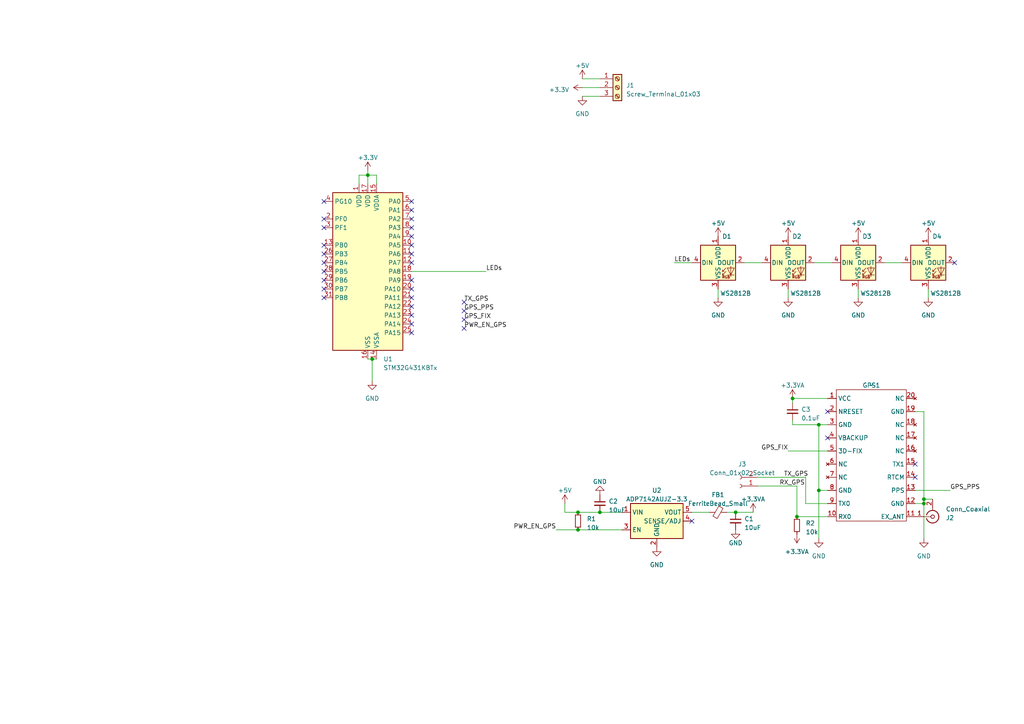
<source format=kicad_sch>
(kicad_sch (version 20230121) (generator eeschema)
  (paper "A4")
  (lib_symbols
    (symbol "Connector:Conn_01x02_Socket" (pin_names (offset 1.016) hide)
      (property "Reference" "J" (at 0 2.54 0))
      (property "Value" "Conn_01x02_Socket" (at 0 -5.08 0))
      (symbol "Conn_01x02_Socket_1_1"
        (arc (start 0 -2.032) (mid -0.5058 -2.54) (end 0 -3.048) (stroke (width 0.1524)))
        (polyline (pts (xy -1.27 -2.54) (xy -0.508 -2.54)) (stroke (width 0.1524)))
        (polyline (pts (xy -1.27 0) (xy -0.508 0)) (stroke (width 0.1524)))
        (arc (start 0 0.508) (mid -0.5058 0) (end 0 -0.508) (stroke (width 0.1524)))
        (pin passive line (at -5.08 0 0) (length 3.81) (name "Pin_1") (number "1"))
        (pin passive line (at -5.08 -2.54 0) (length 3.81) (name "Pin_2") (number "2"))
      )
    )
    (symbol "Connector:Conn_Coaxial" (pin_names (offset 1.016) hide)
      (property "Reference" "J" (at 0.254 3.048 0))
      (property "Value" "Conn_Coaxial" (at 2.921 0 90))
      (symbol "Conn_Coaxial_0_1"
        (arc (start -1.778 -0.508) (mid 0.2311 -1.8066) (end 1.778 0) (stroke (width 0.254)))
        (polyline (pts (xy -2.54 0) (xy -0.508 0)))
        (polyline (pts (xy 0 -2.54) (xy 0 -1.778)))
        (circle (center 0 0) (radius 0.508) (stroke (width 0.2032)))
        (arc (start 1.778 0) (mid 0.2099 1.8101) (end -1.778 0.508) (stroke (width 0.254)))
      )
      (symbol "Conn_Coaxial_1_1"
        (pin passive line (at -5.08 0 0) (length 2.54) (name "In") (number "1"))
        (pin passive line (at 0 -5.08 90) (length 2.54) (name "Ext") (number "2"))
      )
    )
    (symbol "Connector:Screw_Terminal_01x03" (pin_names (offset 1.016) hide)
      (property "Reference" "J" (at 0 5.08 0))
      (property "Value" "Screw_Terminal_01x03" (at 0 -5.08 0))
      (symbol "Screw_Terminal_01x03_1_1"
        (rectangle (start -1.27 3.81) (end 1.27 -3.81) (stroke (width 0.254)) (fill (type background)))
        (circle (center 0 -2.54) (radius 0.635) (stroke (width 0.1524)))
        (polyline (pts (xy -0.5334 -2.2098) (xy 0.3302 -3.048)) (stroke (width 0.1524)))
        (polyline (pts (xy -0.5334 0.3302) (xy 0.3302 -0.508)) (stroke (width 0.1524)))
        (polyline (pts (xy -0.5334 2.8702) (xy 0.3302 2.032)) (stroke (width 0.1524)))
        (polyline (pts (xy -0.3556 -2.032) (xy 0.508 -2.8702)) (stroke (width 0.1524)))
        (polyline (pts (xy -0.3556 0.508) (xy 0.508 -0.3302)) (stroke (width 0.1524)))
        (polyline (pts (xy -0.3556 3.048) (xy 0.508 2.2098)) (stroke (width 0.1524)))
        (circle (center 0 0) (radius 0.635) (stroke (width 0.1524)))
        (circle (center 0 2.54) (radius 0.635) (stroke (width 0.1524)))
        (pin passive line (at -5.08 2.54 0) (length 3.81) (name "Pin_1") (number "1"))
        (pin passive line (at -5.08 0 0) (length 3.81) (name "Pin_2") (number "2"))
        (pin passive line (at -5.08 -2.54 0) (length 3.81) (name "Pin_3") (number "3"))
      )
    )
    (symbol "Device:C_Small" (pin_numbers hide) (pin_names (offset 0.254) hide)
      (property "Reference" "C" (at 0.254 1.778 0))
      (property "Value" "C_Small" (at 0.254 -2.032 0))
      (symbol "C_Small_0_1"
        (polyline (pts (xy -1.524 -0.508) (xy 1.524 -0.508)) (stroke (width 0.3302)))
        (polyline (pts (xy -1.524 0.508) (xy 1.524 0.508)) (stroke (width 0.3048)))
      )
      (symbol "C_Small_1_1"
        (pin passive line (at 0 2.54 270) (length 2.032) (name "~") (number "1"))
        (pin passive line (at 0 -2.54 90) (length 2.032) (name "~") (number "2"))
      )
    )
    (symbol "Device:FerriteBead_Small" (pin_numbers hide) (pin_names (offset 0))
      (property "Reference" "FB" (at 1.905 1.27 0))
      (property "Value" "FerriteBead_Small" (at 1.905 -1.27 0))
      (symbol "FerriteBead_Small_0_1"
        (polyline (pts (xy 0 -1.27) (xy 0 -0.7874)))
        (polyline (pts (xy 0 0.889) (xy 0 1.2954)))
        (polyline (pts (xy -1.8288 0.2794) (xy -1.1176 1.4986) (xy 1.8288 -0.2032) (xy 1.1176 -1.4224) (xy -1.8288 0.2794)))
      )
      (symbol "FerriteBead_Small_1_1"
        (pin passive line (at 0 2.54 270) (length 1.27) (name "~") (number "1"))
        (pin passive line (at 0 -2.54 90) (length 1.27) (name "~") (number "2"))
      )
    )
    (symbol "Device:R_Small" (pin_numbers hide) (pin_names (offset 0.254) hide)
      (property "Reference" "R" (at 0.762 0.508 0))
      (property "Value" "R_Small" (at 0.762 -1.016 0))
      (symbol "R_Small_0_1"
        (rectangle (start -0.762 1.778) (end 0.762 -1.778) (stroke (width 0.2032)))
      )
      (symbol "R_Small_1_1"
        (pin passive line (at 0 2.54 270) (length 0.762) (name "~") (number "1"))
        (pin passive line (at 0 -2.54 90) (length 0.762) (name "~") (number "2"))
      )
    )
    (symbol "LED:WS2812B" (pin_names (offset 0.254))
      (property "Reference" "D" (at 5.08 5.715 0))
      (property "Value" "WS2812B" (at 1.27 -5.715 0))
      (symbol "WS2812B_0_0"
        (text "RGB" (at 2.286 -4.191 0) (effects (font (size 0.762 0.762))))
      )
      (symbol "WS2812B_0_1"
        (polyline (pts (xy 1.27 -3.556) (xy 1.778 -3.556)))
        (polyline (pts (xy 1.27 -2.54) (xy 1.778 -2.54)))
        (polyline (pts (xy 4.699 -3.556) (xy 2.667 -3.556)))
        (polyline (pts (xy 2.286 -2.54) (xy 1.27 -3.556) (xy 1.27 -3.048)))
        (polyline (pts (xy 2.286 -1.524) (xy 1.27 -2.54) (xy 1.27 -2.032)))
        (polyline (pts (xy 3.683 -1.016) (xy 3.683 -3.556) (xy 3.683 -4.064)))
        (polyline (pts (xy 4.699 -1.524) (xy 2.667 -1.524) (xy 3.683 -3.556) (xy 4.699 -1.524)))
        (rectangle (start 5.08 5.08) (end -5.08 -5.08) (stroke (width 0.254)) (fill (type background)))
      )
      (symbol "WS2812B_1_1"
        (pin power_in line (at 0 7.62 270) (length 2.54) (name "VDD") (number "1"))
        (pin output line (at 7.62 0 180) (length 2.54) (name "DOUT") (number "2"))
        (pin power_in line (at 0 -7.62 90) (length 2.54) (name "VSS") (number "3"))
        (pin input line (at -7.62 0 0) (length 2.54) (name "DIN") (number "4"))
      )
    )
    (symbol "MCU_ST_STM32G4:STM32G431KBTx"
      (property "Reference" "U" (at -10.16 24.13 0))
      (property "Value" "STM32G431KBTx" (at 5.08 24.13 0))
      (symbol "STM32G431KBTx_0_1"
        (rectangle (start -10.16 -22.86) (end 10.16 22.86) (stroke (width 0.254)) (fill (type background)))
      )
      (symbol "STM32G431KBTx_1_1"
        (pin power_in line (at -2.54 25.4 270) (length 2.54) (name "VDD") (number "1"))
        (pin bidirectional line (at 12.7 7.62 180) (length 2.54) (name "PA5") (number "10"))
        (pin bidirectional line (at 12.7 5.08 180) (length 2.54) (name "PA6") (number "11"))
        (pin bidirectional line (at 12.7 2.54 180) (length 2.54) (name "PA7") (number "12"))
        (pin bidirectional line (at -12.7 7.62 0) (length 2.54) (name "PB0") (number "13"))
        (pin power_in line (at 2.54 -25.4 90) (length 2.54) (name "VSSA") (number "14"))
        (pin power_in line (at 2.54 25.4 270) (length 2.54) (name "VDDA") (number "15"))
        (pin power_in line (at 0 -25.4 90) (length 2.54) (name "VSS") (number "16"))
        (pin power_in line (at 0 25.4 270) (length 2.54) (name "VDD") (number "17"))
        (pin bidirectional line (at 12.7 0 180) (length 2.54) (name "PA8") (number "18"))
        (pin bidirectional line (at 12.7 -2.54 180) (length 2.54) (name "PA9") (number "19"))
        (pin bidirectional line (at -12.7 15.24 0) (length 2.54) (name "PF0") (number "2"))
        (pin bidirectional line (at 12.7 -5.08 180) (length 2.54) (name "PA10") (number "20"))
        (pin bidirectional line (at 12.7 -7.62 180) (length 2.54) (name "PA11") (number "21"))
        (pin bidirectional line (at 12.7 -10.16 180) (length 2.54) (name "PA12") (number "22"))
        (pin bidirectional line (at 12.7 -12.7 180) (length 2.54) (name "PA13") (number "23"))
        (pin bidirectional line (at 12.7 -15.24 180) (length 2.54) (name "PA14") (number "24"))
        (pin bidirectional line (at 12.7 -17.78 180) (length 2.54) (name "PA15") (number "25"))
        (pin bidirectional line (at -12.7 5.08 0) (length 2.54) (name "PB3") (number "26"))
        (pin bidirectional line (at -12.7 2.54 0) (length 2.54) (name "PB4") (number "27"))
        (pin bidirectional line (at -12.7 0 0) (length 2.54) (name "PB5") (number "28"))
        (pin bidirectional line (at -12.7 -2.54 0) (length 2.54) (name "PB6") (number "29"))
        (pin bidirectional line (at -12.7 12.7 0) (length 2.54) (name "PF1") (number "3"))
        (pin bidirectional line (at -12.7 -5.08 0) (length 2.54) (name "PB7") (number "30"))
        (pin bidirectional line (at -12.7 -7.62 0) (length 2.54) (name "PB8") (number "31"))
        (pin passive line (at 0 -25.4 90) (length 2.54) hide (name "VSS") (number "32"))
        (pin bidirectional line (at -12.7 20.32 0) (length 2.54) (name "PG10") (number "4"))
        (pin bidirectional line (at 12.7 20.32 180) (length 2.54) (name "PA0") (number "5"))
        (pin bidirectional line (at 12.7 17.78 180) (length 2.54) (name "PA1") (number "6"))
        (pin bidirectional line (at 12.7 15.24 180) (length 2.54) (name "PA2") (number "7"))
        (pin bidirectional line (at 12.7 12.7 180) (length 2.54) (name "PA3") (number "8"))
        (pin bidirectional line (at 12.7 10.16 180) (length 2.54) (name "PA4") (number "9"))
      )
    )
    (symbol "New_Library:PA1616S"
      (property "Reference" "GPS" (at 0 0 0))
      (symbol "PA1616S_0_1"
        (rectangle (start -10.16 -1.27) (end 10.16 -39.37))
      )
      (symbol "PA1616S_1_1"
        (pin power_in line (at -12.7 -3.81 0) (length 2.54) (name "VCC") (number "1"))
        (pin input line (at -12.7 -38.1 0) (length 2.54) (name "RX0") (number "10"))
        (pin input line (at 12.7 -38.1 180) (length 2.54) (name "EX_ANT") (number "11"))
        (pin power_in line (at 12.7 -34.29 180) (length 2.54) (name "GND") (number "12"))
        (pin output line (at 12.7 -30.48 180) (length 2.54) (name "PPS") (number "13"))
        (pin input line (at 12.7 -26.67 180) (length 2.54) (name "RTCM") (number "14"))
        (pin output line (at 12.7 -22.86 180) (length 2.54) (name "TX1") (number "15"))
        (pin no_connect line (at 12.7 -19.05 180) (length 2.54) (name "NC") (number "16"))
        (pin no_connect line (at 12.7 -15.24 180) (length 2.54) (name "NC") (number "17"))
        (pin no_connect line (at 12.7 -11.43 180) (length 2.54) (name "NC") (number "18"))
        (pin power_in line (at 12.7 -7.62 180) (length 2.54) (name "GND") (number "19"))
        (pin input line (at -12.7 -7.62 0) (length 2.54) (name "NRESET") (number "2"))
        (pin no_connect line (at 12.7 -3.81 180) (length 2.54) (name "NC") (number "20"))
        (pin power_in line (at -12.7 -11.43 0) (length 2.54) (name "GND") (number "3"))
        (pin power_in line (at -12.7 -15.24 0) (length 2.54) (name "VBACKUP") (number "4"))
        (pin output line (at -12.7 -19.05 0) (length 2.54) (name "3D-FIX") (number "5"))
        (pin no_connect line (at -12.7 -22.86 0) (length 2.54) (name "NC") (number "6"))
        (pin no_connect line (at -12.7 -26.67 0) (length 2.54) (name "NC") (number "7"))
        (pin power_in line (at -12.7 -30.48 0) (length 2.54) (name "GND") (number "8"))
        (pin output line (at -12.7 -34.29 0) (length 2.54) (name "TX0") (number "9"))
      )
    )
    (symbol "Regulator_Linear:ADP7142AUJZ-3.3"
      (property "Reference" "U" (at 0 8.89 0))
      (property "Value" "ADP7142AUJZ-3.3" (at 0 6.35 0))
      (symbol "ADP7142AUJZ-3.3_0_1"
        (rectangle (start -7.62 5.08) (end 7.62 -5.08) (stroke (width 0.254)) (fill (type background)))
      )
      (symbol "ADP7142AUJZ-3.3_1_1"
        (pin power_in line (at -10.16 2.54 0) (length 2.54) (name "VIN") (number "1"))
        (pin power_in line (at 0 -7.62 90) (length 2.54) (name "GND") (number "2"))
        (pin input line (at -10.16 -2.54 0) (length 2.54) (name "EN") (number "3"))
        (pin input line (at 10.16 0 180) (length 2.54) (name "SENSE/ADJ") (number "4"))
        (pin power_out line (at 10.16 2.54 180) (length 2.54) (name "VOUT") (number "5"))
      )
    )
    (symbol "power:+3.3V" (power) (pin_names (offset 0))
      (property "Value" "+3.3V" (at 0 3.556 0))
      (symbol "+3.3V_0_1"
        (polyline (pts (xy -0.762 1.27) (xy 0 2.54)))
        (polyline (pts (xy 0 0) (xy 0 2.54)))
        (polyline (pts (xy 0 2.54) (xy 0.762 1.27)))
      )
      (symbol "+3.3V_1_1"
        (pin power_in line (at 0 0 90) (length 0) hide (name "+3.3V") (number "1"))
      )
    )
    (symbol "power:+3.3VA" (power) (pin_names (offset 0))
      (property "Value" "+3.3VA" (at 0 3.556 0))
      (symbol "+3.3VA_0_1"
        (polyline (pts (xy -0.762 1.27) (xy 0 2.54)))
        (polyline (pts (xy 0 0) (xy 0 2.54)))
        (polyline (pts (xy 0 2.54) (xy 0.762 1.27)))
      )
      (symbol "+3.3VA_1_1"
        (pin power_in line (at 0 0 90) (length 0) hide (name "+3.3VA") (number "1"))
      )
    )
    (symbol "power:+5V" (power) (pin_names (offset 0))
      (property "Value" "+5V" (at 0 3.556 0))
      (symbol "+5V_0_1"
        (polyline (pts (xy -0.762 1.27) (xy 0 2.54)))
        (polyline (pts (xy 0 0) (xy 0 2.54)))
        (polyline (pts (xy 0 2.54) (xy 0.762 1.27)))
      )
      (symbol "+5V_1_1"
        (pin power_in line (at 0 0 90) (length 0) hide (name "+5V") (number "1"))
      )
    )
    (symbol "power:GND" (power) (pin_names (offset 0))
      (property "Value" "GND" (at 0 -3.81 0))
      (symbol "GND_0_1"
        (polyline (pts (xy 0 0) (xy 0 -1.27) (xy 1.27 -1.27) (xy 0 -2.54) (xy -1.27 -1.27) (xy 0 -1.27)))
      )
      (symbol "GND_1_1"
        (pin power_in line (at 0 0 270) (length 0) hide (name "GND") (number "1"))
      )
    )
  )
  (junction (at 267.97 144.78))
  (junction (at 106.68 50.8))
  (junction (at 231.14 149.86))
  (junction (at 237.49 142.24))
  (junction (at 229.87 115.57))
  (junction (at 107.95 104.14))
  (junction (at 213.36 148.59))
  (junction (at 173.99 148.59))
  (junction (at 267.97 146.05))
  (junction (at 167.64 148.59))
  (junction (at 237.49 123.19))
  (junction (at 167.64 153.67))
  (no_connect (at 119.38 66.04))
  (no_connect (at 93.98 78.74))
  (no_connect (at 119.38 60.96))
  (no_connect (at 93.98 63.5))
  (no_connect (at 93.98 76.2))
  (no_connect (at 119.38 93.98))
  (no_connect (at 119.38 58.42))
  (no_connect (at 119.38 96.52))
  (no_connect (at 134.62 95.25))
  (no_connect (at 200.66 151.13))
  (no_connect (at 119.38 68.58))
  (no_connect (at 119.38 71.12))
  (no_connect (at 93.98 73.66))
  (no_connect (at 119.38 73.66))
  (no_connect (at 93.98 86.36))
  (no_connect (at 134.62 90.17))
  (no_connect (at 119.38 83.82))
  (no_connect (at 276.86 76.2))
  (no_connect (at 93.98 71.12))
  (no_connect (at 119.38 76.2))
  (no_connect (at 119.38 88.9))
  (no_connect (at 134.62 87.63))
  (no_connect (at 265.43 138.43))
  (no_connect (at 119.38 81.28))
  (no_connect (at 93.98 83.82))
  (no_connect (at 119.38 91.44))
  (no_connect (at 119.38 63.5))
  (no_connect (at 240.03 119.38))
  (no_connect (at 93.98 58.42))
  (no_connect (at 240.03 127))
  (no_connect (at 134.62 92.71))
  (no_connect (at 265.43 134.62))
  (no_connect (at 93.98 66.04))
  (no_connect (at 119.38 86.36))
  (no_connect (at 93.98 81.28))
  (wire (pts (xy 265.43 142.24) (xy 275.59 142.24)))
  (wire (pts (xy 236.22 76.2) (xy 241.3 76.2)))
  (wire (pts (xy 106.68 49.53) (xy 106.68 50.8)))
  (wire (pts (xy 237.49 142.24) (xy 240.03 142.24)))
  (wire (pts (xy 219.71 138.43) (xy 233.68 138.43)))
  (wire (pts (xy 237.49 142.24) (xy 237.49 156.21)))
  (wire (pts (xy 161.29 153.67) (xy 167.64 153.67)))
  (wire (pts (xy 265.43 119.38) (xy 267.97 119.38)))
  (wire (pts (xy 229.87 115.57) (xy 229.87 116.84)))
  (wire (pts (xy 219.71 140.97) (xy 231.14 140.97)))
  (wire (pts (xy 106.68 50.8) (xy 109.22 50.8)))
  (wire (pts (xy 107.95 104.14) (xy 107.95 110.49)))
  (wire (pts (xy 106.68 104.14) (xy 107.95 104.14)))
  (wire (pts (xy 240.03 146.05) (xy 233.68 146.05)))
  (wire (pts (xy 228.6 83.82) (xy 228.6 86.36)))
  (wire (pts (xy 163.83 146.05) (xy 163.83 148.59)))
  (wire (pts (xy 106.68 50.8) (xy 106.68 53.34)))
  (wire (pts (xy 200.66 148.59) (xy 205.74 148.59)))
  (wire (pts (xy 267.97 144.78) (xy 267.97 146.05)))
  (wire (pts (xy 231.14 149.86) (xy 231.14 140.97)))
  (wire (pts (xy 173.99 148.59) (xy 180.34 148.59)))
  (wire (pts (xy 215.9 76.2) (xy 220.98 76.2)))
  (wire (pts (xy 208.28 83.82) (xy 208.28 86.36)))
  (wire (pts (xy 168.91 27.94) (xy 173.99 27.94)))
  (wire (pts (xy 104.14 50.8) (xy 104.14 53.34)))
  (wire (pts (xy 265.43 146.05) (xy 267.97 146.05)))
  (wire (pts (xy 163.83 148.59) (xy 167.64 148.59)))
  (wire (pts (xy 167.64 153.67) (xy 180.34 153.67)))
  (wire (pts (xy 240.03 149.86) (xy 231.14 149.86)))
  (wire (pts (xy 229.87 115.57) (xy 240.03 115.57)))
  (wire (pts (xy 248.92 83.82) (xy 248.92 86.36)))
  (wire (pts (xy 104.14 50.8) (xy 106.68 50.8)))
  (wire (pts (xy 107.95 104.14) (xy 109.22 104.14)))
  (wire (pts (xy 267.97 146.05) (xy 267.97 156.21)))
  (wire (pts (xy 195.58 76.2) (xy 200.66 76.2)))
  (wire (pts (xy 210.82 148.59) (xy 213.36 148.59)))
  (wire (pts (xy 119.38 78.74) (xy 140.97 78.74)))
  (wire (pts (xy 168.91 25.4) (xy 173.99 25.4)))
  (wire (pts (xy 228.6 130.81) (xy 240.03 130.81)))
  (wire (pts (xy 167.64 148.59) (xy 173.99 148.59)))
  (wire (pts (xy 267.97 119.38) (xy 267.97 144.78)))
  (wire (pts (xy 168.91 22.86) (xy 173.99 22.86)))
  (wire (pts (xy 233.68 146.05) (xy 233.68 138.43)))
  (wire (pts (xy 109.22 50.8) (xy 109.22 53.34)))
  (wire (pts (xy 213.36 148.59) (xy 218.44 148.59)))
  (wire (pts (xy 269.24 83.82) (xy 269.24 86.36)))
  (wire (pts (xy 229.87 123.19) (xy 237.49 123.19)))
  (wire (pts (xy 229.87 121.92) (xy 229.87 123.19)))
  (wire (pts (xy 240.03 123.19) (xy 237.49 123.19)))
  (wire (pts (xy 237.49 123.19) (xy 237.49 142.24)))
  (wire (pts (xy 256.54 76.2) (xy 261.62 76.2)))
  (wire (pts (xy 267.97 144.78) (xy 270.51 144.78)))
  (label "TX_GPS" (at 134.62 87.63 0))
  (label "TX_GPS" (at 227.33 138.43 0))
  (label "GPS_PPS" (at 134.62 90.17 0))
  (label "PWR_EN_GPS" (at 134.62 95.25 0))
  (label "RX_GPS" (at 226.06 140.97 0))
  (label "PWR_EN_GPS" (at 161.29 153.67 180))
  (label "GPS_PPS" (at 275.59 142.24 0))
  (label "GPS_FIX" (at 228.6 130.81 180))
  (label "LEDs" (at 195.58 76.2 0))
  (label "GPS_FIX" (at 134.62 92.71 0))
  (label "LEDs" (at 140.97 78.74 0))
  (symbol (lib_id "power:+3.3VA") (at 218.44 148.59 0) (unit 1)
    (property "Reference" "#PWR020" (effects hide))
    (property "Value" "+3.3VA" (at 218.44 144.78 0))
  )
  (symbol (lib_id "LED:WS2812B") (at 228.6 76.2 0) (unit 1)
    (property "Reference" "D2" (at 231.14 68.58 0))
    (property "Value" "WS2812B" (at 233.68 85.09 0))
    (property "Footprint" "LED_SMD:LED_WS2812B_PLCC4_5.0x5.0mm_P3.2mm" (effects hide))
    (property "Datasheet" "https://cdn-shop.adafruit.com/datasheets/WS2812B.pdf" (effects hide))
  )
  (symbol (lib_id "power:+3.3V") (at 106.68 49.53 0) (unit 1)
    (property "Reference" "#PWR02" (effects hide))
    (property "Value" "+3.3V" (at 106.68 45.72 0))
  )
  (symbol (lib_id "power:GND") (at 190.5 158.75 0) (unit 1)
    (property "Reference" "#PWR017" (effects hide))
    (property "Value" "GND" (at 190.5 163.83 0))
  )
  (symbol (lib_id "MCU_ST_STM32G4:STM32G431KBTx") (at 106.68 78.74 0) (unit 1)
    (property "Reference" "U1" (at 111.1759 104.14 0) (effects (justify left)))
    (property "Value" "STM32G431KBTx" (at 111.1759 106.68 0) (effects (justify left)))
    (property "Footprint" "Package_QFP:LQFP-32_7x7mm_P0.8mm" (effects hide))
    (property "Datasheet" "https://www.st.com/resource/en/datasheet/stm32g431kb.pdf" (effects hide))
  )
  (symbol (lib_id "power:+3.3V") (at 168.91 25.4 90) (unit 1)
    (property "Reference" "#PWR04" (effects hide))
    (property "Value" "+3.3V" (at 165.1 26.035 90) (effects (justify left)))
  )
  (symbol (lib_id "power:GND") (at 208.28 86.36 0) (unit 1)
    (property "Reference" "#PWR07" (effects hide))
    (property "Value" "GND" (at 208.28 91.44 0))
  )
  (symbol (lib_id "Regulator_Linear:ADP7142AUJZ-3.3") (at 190.5 151.13 0) (unit 1)
    (property "Reference" "U2" (at 190.5 142.24 0))
    (property "Value" "ADP7142AUJZ-3.3" (at 190.5 144.78 0))
    (property "Footprint" "Package_TO_SOT_SMD:TSOT-23-5" (effects hide))
    (property "Datasheet" "https://www.analog.com/media/en/technical-documentation/data-sheets/ADP7142.pdf" (effects hide))
  )
  (symbol (lib_id "power:+5V") (at 248.92 68.58 0) (unit 1)
    (property "Reference" "#PWR010" (effects hide))
    (property "Value" "+5V" (at 248.92 64.77 0))
  )
  (symbol (lib_id "power:+3.3VA") (at 229.87 115.57 0) (unit 1)
    (property "Reference" "#PWR021" (effects hide))
    (property "Value" "+3.3VA" (at 229.87 111.76 0))
  )
  (symbol (lib_id "power:+5V") (at 269.24 68.58 0) (unit 1)
    (property "Reference" "#PWR012" (effects hide))
    (property "Value" "+5V" (at 269.24 64.77 0))
  )
  (symbol (lib_id "Device:FerriteBead_Small") (at 208.28 148.59 90) (unit 1)
    (property "Reference" "FB1" (at 208.2419 143.51 90))
    (property "Value" "FerriteBead_Small" (at 208.2419 146.05 90))
  )
  (symbol (lib_id "power:GND") (at 267.97 156.21 0) (unit 1)
    (property "Reference" "#PWR015" (effects hide))
    (property "Value" "GND" (at 267.97 161.29 0))
  )
  (symbol (lib_id "power:GND") (at 213.36 153.67 0) (mirror y) (unit 1)
    (property "Reference" "#PWR019" (effects hide))
    (property "Value" "GND" (at 213.36 157.48 0))
  )
  (symbol (lib_id "power:+3.3VA") (at 231.14 154.94 180) (unit 1)
    (property "Reference" "#PWR022" (effects hide))
    (property "Value" "+3.3VA" (at 231.14 160.02 0))
  )
  (symbol (lib_id "Device:R_Small") (at 231.14 152.4 0) (unit 1)
    (property "Reference" "R2" (at 233.68 151.765 0) (effects (justify left)))
    (property "Value" "10k" (at 233.68 154.305 0) (effects (justify left)))
  )
  (symbol (lib_id "power:GND") (at 237.49 156.21 0) (unit 1)
    (property "Reference" "#PWR014" (effects hide))
    (property "Value" "GND" (at 237.49 161.29 0))
  )
  (symbol (lib_id "power:GND") (at 168.91 27.94 0) (unit 1)
    (property "Reference" "#PWR06" (effects hide))
    (property "Value" "GND" (at 168.91 33.02 0))
  )
  (symbol (lib_id "power:GND") (at 173.99 143.51 0) (mirror x) (unit 1)
    (property "Reference" "#PWR018" (effects hide))
    (property "Value" "GND" (at 173.99 139.7 0))
  )
  (symbol (lib_id "power:GND") (at 107.95 110.49 0) (unit 1)
    (property "Reference" "#PWR01" (effects hide))
    (property "Value" "GND" (at 107.95 115.57 0))
  )
  (symbol (lib_id "power:GND") (at 248.92 86.36 0) (unit 1)
    (property "Reference" "#PWR011" (effects hide))
    (property "Value" "GND" (at 248.92 91.44 0))
  )
  (symbol (lib_id "LED:WS2812B") (at 248.92 76.2 0) (unit 1)
    (property "Reference" "D3" (at 251.46 68.58 0))
    (property "Value" "WS2812B" (at 254 85.09 0))
    (property "Footprint" "LED_SMD:LED_WS2812B_PLCC4_5.0x5.0mm_P3.2mm" (effects hide))
    (property "Datasheet" "https://cdn-shop.adafruit.com/datasheets/WS2812B.pdf" (effects hide))
  )
  (symbol (lib_id "LED:WS2812B") (at 208.28 76.2 0) (unit 1)
    (property "Reference" "D1" (at 210.82 68.58 0))
    (property "Value" "WS2812B" (at 213.36 85.09 0))
    (property "Footprint" "LED_SMD:LED_WS2812B_PLCC4_5.0x5.0mm_P3.2mm" (effects hide))
    (property "Datasheet" "https://cdn-shop.adafruit.com/datasheets/WS2812B.pdf" (effects hide))
  )
  (symbol (lib_id "Connector:Conn_01x02_Socket") (at 214.63 140.97 180) (unit 1)
    (property "Reference" "J3" (at 215.265 134.62 0))
    (property "Value" "Conn_01x02_Socket" (at 215.265 137.16 0))
  )
  (symbol (lib_id "power:+5V") (at 163.83 146.05 0) (unit 1)
    (property "Reference" "#PWR016" (effects hide))
    (property "Value" "+5V" (at 163.83 142.24 0))
  )
  (symbol (lib_id "Device:C_Small") (at 229.87 119.38 0) (unit 1)
    (property "Reference" "C3" (at 232.41 118.7513 0) (effects (justify left)))
    (property "Value" "0.1uF" (at 232.41 121.2913 0) (effects (justify left)))
  )
  (symbol (lib_id "New_Library:PA1616S") (at 252.73 111.76 0) (unit 1)
    (property "Reference" "GPS1" (at 252.73 111.76 0))
    (property "Value" "~" (at 252.73 111.76 0))
  )
  (symbol (lib_id "Device:C_Small") (at 173.99 146.05 0) (unit 1)
    (property "Reference" "C2" (at 176.53 145.4213 0) (effects (justify left)))
    (property "Value" "10uF" (at 176.53 147.9613 0) (effects (justify left)))
  )
  (symbol (lib_id "power:+5V") (at 168.91 22.86 0) (unit 1)
    (property "Reference" "#PWR05" (effects hide))
    (property "Value" "+5V" (at 168.91 19.05 0))
  )
  (symbol (lib_id "Device:C_Small") (at 213.36 151.13 0) (unit 1)
    (property "Reference" "C1" (at 215.9 150.5013 0) (effects (justify left)))
    (property "Value" "10uF" (at 215.9 153.0413 0) (effects (justify left)))
  )
  (symbol (lib_id "power:GND") (at 269.24 86.36 0) (unit 1)
    (property "Reference" "#PWR013" (effects hide))
    (property "Value" "GND" (at 269.24 91.44 0))
  )
  (symbol (lib_id "Connector:Conn_Coaxial") (at 270.51 149.86 0) (mirror x) (unit 1)
    (property "Reference" "J2" (at 274.32 150.2018 0) (effects (justify left)))
    (property "Value" "Conn_Coaxial" (at 274.32 147.6618 0) (effects (justify left)))
    (property "Datasheet" " ~" (effects hide))
  )
  (symbol (lib_id "Connector:Screw_Terminal_01x03") (at 179.07 25.4 0) (unit 1)
    (property "Reference" "J1" (at 181.61 24.765 0) (effects (justify left)))
    (property "Value" "Screw_Terminal_01x03" (at 181.61 27.305 0) (effects (justify left)))
  )
  (symbol (lib_id "LED:WS2812B") (at 269.24 76.2 0) (unit 1)
    (property "Reference" "D4" (at 271.78 68.58 0))
    (property "Value" "WS2812B" (at 274.32 85.09 0))
    (property "Footprint" "LED_SMD:LED_WS2812B_PLCC4_5.0x5.0mm_P3.2mm" (effects hide))
    (property "Datasheet" "https://cdn-shop.adafruit.com/datasheets/WS2812B.pdf" (effects hide))
  )
  (symbol (lib_id "Device:R_Small") (at 167.64 151.13 0) (unit 1)
    (property "Reference" "R1" (at 170.18 150.495 0) (effects (justify left)))
    (property "Value" "10k" (at 170.18 153.035 0) (effects (justify left)))
  )
  (symbol (lib_id "power:+5V") (at 228.6 68.58 0) (unit 1)
    (property "Reference" "#PWR08" (effects hide))
    (property "Value" "+5V" (at 228.6 64.77 0))
  )
  (symbol (lib_id "power:+5V") (at 208.28 68.58 0) (unit 1)
    (property "Reference" "#PWR03" (effects hide))
    (property "Value" "+5V" (at 208.28 64.77 0))
  )
  (symbol (lib_id "power:GND") (at 228.6 86.36 0) (unit 1)
    (property "Reference" "#PWR09" (effects hide))
    (property "Value" "GND" (at 228.6 91.44 0))
  )
)
</source>
